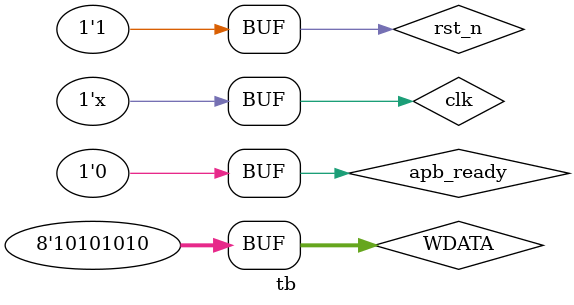
<source format=sv>
module tb;
	reg rst_n;
	reg clk, apb_ready;
	reg [7:0]WDATA;
	reg MISO;
	wire [7:0]RDATA;
	wire SPI_status_RDY_BSYbar;
	wire rx_data_valid;
	wire SCLK, MOSI, SSbar;

spi_master inst_spi_master
	(
		.rst_n                 (rst_n),
		.clk                   (clk),
		.apb_ready             (apb_ready),
		.SPI_status_RDY_BSYbar (SPI_status_RDY_BSYbar),
		.rx_data_valid         (rx_data_valid),
		.WDATA                 (WDATA),
		.RDATA                 (RDATA),
		.MOSI                  (MOSI),
		.MISO                  (MISO),
		.SCLK                  (SCLK),
		.SSbar                 (SSbar)
	);

	initial	 begin
		$dumpfile("dump.vcd"); $dumpvars;
      {rst_n, clk, apb_ready, WDATA, MISO}=12'b1;
		#10 rst_n =1'b1;
	end
	
	always #5 clk=~clk;

  always @(negedge SCLK) MISO=~MISO;	
  
  always begin
    #55 {apb_ready, WDATA}=9'b1_1010_1010;
    #10 apb_ready=1'b0;
		#320;
		{apb_ready, WDATA}=9'b1_1010_1010;
		#10 apb_ready=1'b0;
		#320;
		{apb_ready, WDATA}=9'b1_1010_1010;
		#10 apb_ready=1'b0;
		#320;
		{apb_ready, WDATA}=9'b1_1010_1010;
		#10 apb_ready=1'b0;
		#320;
		{apb_ready, WDATA}=9'b1_1010_1010;
		#10 apb_ready=1'b0;
		#320;
		{apb_ready, WDATA}=9'b1_1010_1010;
		#10 apb_ready=1'b0;
		#320;
end	
  
endmodule

</source>
